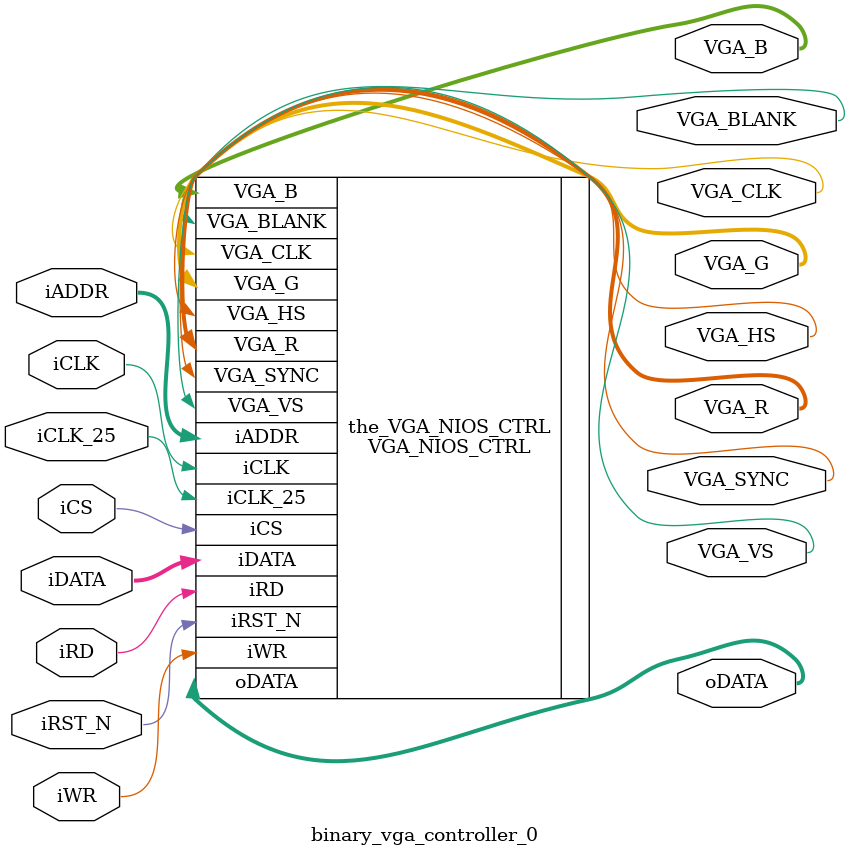
<source format=v>

`timescale 1ns / 1ps
// synthesis translate_on

// turn off superfluous verilog processor warnings 
// altera message_level Level1 
// altera message_off 10034 10035 10036 10037 10230 10240 10030 

module binary_vga_controller_0 (
                                 // inputs:
                                  iADDR,
                                  iCLK,
                                  iCLK_25,
                                  iCS,
                                  iDATA,
                                  iRD,
                                  iRST_N,
                                  iWR,

                                 // outputs:
                                  VGA_B,
                                  VGA_BLANK,
                                  VGA_CLK,
                                  VGA_G,
                                  VGA_HS,
                                  VGA_R,
                                  VGA_SYNC,
                                  VGA_VS,
                                  oDATA
                               )
;

  output  [  9: 0] VGA_B;
  output           VGA_BLANK;
  output           VGA_CLK;
  output  [  9: 0] VGA_G;
  output           VGA_HS;
  output  [  9: 0] VGA_R;
  output           VGA_SYNC;
  output           VGA_VS;
  output  [ 15: 0] oDATA;
  input   [ 18: 0] iADDR;
  input            iCLK;
  input            iCLK_25;
  input            iCS;
  input   [ 15: 0] iDATA;
  input            iRD;
  input            iRST_N;
  input            iWR;

  wire    [  9: 0] VGA_B;
  wire             VGA_BLANK;
  wire             VGA_CLK;
  wire    [  9: 0] VGA_G;
  wire             VGA_HS;
  wire    [  9: 0] VGA_R;
  wire             VGA_SYNC;
  wire             VGA_VS;
  wire    [ 15: 0] oDATA;
  VGA_NIOS_CTRL the_VGA_NIOS_CTRL
    (
      .VGA_B     (VGA_B),
      .VGA_BLANK (VGA_BLANK),
      .VGA_CLK   (VGA_CLK),
      .VGA_G     (VGA_G),
      .VGA_HS    (VGA_HS),
      .VGA_R     (VGA_R),
      .VGA_SYNC  (VGA_SYNC),
      .VGA_VS    (VGA_VS),
      .iADDR     (iADDR),
      .iCLK      (iCLK),
      .iCLK_25   (iCLK_25),
      .iCS       (iCS),
      .iDATA     (iDATA),
      .iRD       (iRD),
      .iRST_N    (iRST_N),
      .iWR       (iWR),
      .oDATA     (oDATA)
    );
  defparam the_VGA_NIOS_CTRL.RAM_SIZE = 19'b1001011000000000000;


endmodule


</source>
